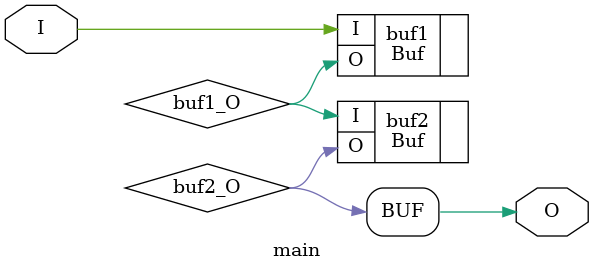
<source format=v>
module main (input  I, output  O);
wire  buf1_O;
wire  buf2_O;
Buf buf1 (.I(I), .O(buf1_O));
Buf buf2 (.I(buf1_O), .O(buf2_O));
assign O = buf2_O;
endmodule


</source>
